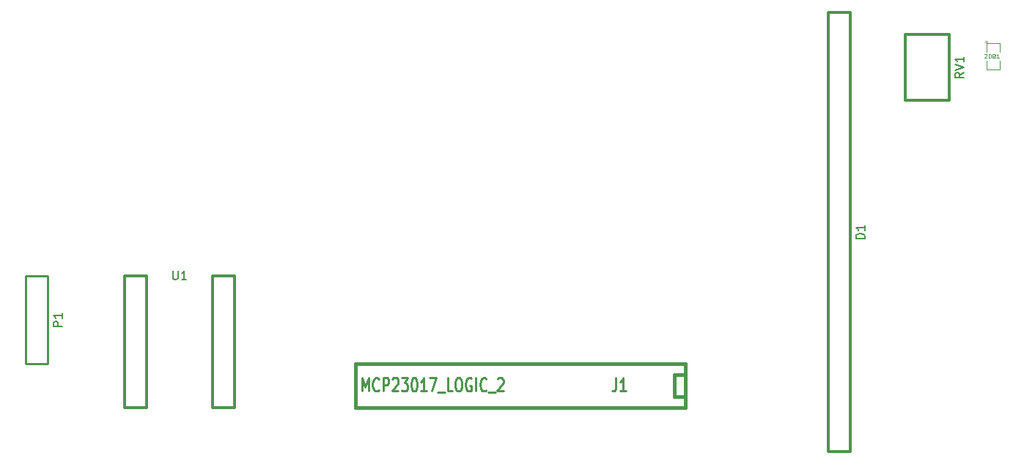
<source format=gto>
G04 (created by PCBNEW (2013-07-07 BZR 4022)-stable) date 23/07/2015 14:49:57*
%MOIN*%
G04 Gerber Fmt 3.4, Leading zero omitted, Abs format*
%FSLAX34Y34*%
G01*
G70*
G90*
G04 APERTURE LIST*
%ADD10C,0.00590551*%
%ADD11C,0.012*%
%ADD12C,0.0039*%
%ADD13C,0.01*%
%ADD14C,0.015*%
%ADD15C,0.0043*%
%ADD16C,0.008*%
%ADD17C,0.01125*%
G04 APERTURE END LIST*
G54D10*
G54D11*
X109500Y-38500D02*
X109500Y-41500D01*
X109500Y-41500D02*
X111500Y-41500D01*
X111500Y-41500D02*
X111500Y-38500D01*
X111500Y-38500D02*
X109500Y-38500D01*
X107000Y-37500D02*
X106000Y-37500D01*
X106000Y-37500D02*
X106000Y-57500D01*
X106000Y-57500D02*
X107000Y-57500D01*
X107000Y-57500D02*
X107000Y-37500D01*
G54D12*
X113250Y-38850D02*
G75*
G03X113250Y-38850I-50J0D01*
G74*
G01*
X113200Y-39300D02*
X113200Y-38900D01*
X113200Y-38900D02*
X113800Y-38900D01*
X113800Y-38900D02*
X113800Y-39300D01*
X113800Y-39700D02*
X113800Y-40100D01*
X113800Y-40100D02*
X113200Y-40100D01*
X113200Y-40100D02*
X113200Y-39700D01*
G54D13*
X69500Y-53500D02*
X69500Y-49500D01*
X70500Y-53500D02*
X70500Y-49500D01*
X70500Y-49500D02*
X69500Y-49500D01*
X69500Y-53500D02*
X70500Y-53500D01*
G54D11*
X78000Y-49500D02*
X79000Y-49500D01*
X79000Y-49500D02*
X79000Y-55500D01*
X79000Y-55500D02*
X78000Y-55500D01*
X78000Y-55500D02*
X78000Y-49500D01*
X74000Y-49500D02*
X75000Y-49500D01*
X75000Y-49500D02*
X75000Y-55500D01*
X75000Y-55500D02*
X74000Y-55500D01*
X74000Y-55500D02*
X74000Y-49500D01*
G54D14*
X99500Y-55500D02*
X84500Y-55500D01*
X84500Y-55500D02*
X84500Y-53500D01*
X84500Y-53500D02*
X99500Y-53500D01*
X99500Y-53500D02*
X99500Y-55500D01*
X99500Y-55000D02*
X99000Y-55000D01*
X99000Y-55000D02*
X99000Y-54000D01*
X99000Y-54000D02*
X99500Y-54000D01*
G54D10*
X112159Y-40234D02*
X111971Y-40365D01*
X112159Y-40459D02*
X111765Y-40459D01*
X111765Y-40309D01*
X111784Y-40271D01*
X111803Y-40253D01*
X111840Y-40234D01*
X111896Y-40234D01*
X111934Y-40253D01*
X111953Y-40271D01*
X111971Y-40309D01*
X111971Y-40459D01*
X111765Y-40121D02*
X112159Y-39990D01*
X111765Y-39859D01*
X112159Y-39521D02*
X112159Y-39746D01*
X112159Y-39634D02*
X111765Y-39634D01*
X111821Y-39671D01*
X111859Y-39709D01*
X111878Y-39746D01*
X107659Y-47790D02*
X107265Y-47790D01*
X107265Y-47696D01*
X107284Y-47640D01*
X107321Y-47603D01*
X107359Y-47584D01*
X107434Y-47565D01*
X107490Y-47565D01*
X107565Y-47584D01*
X107603Y-47603D01*
X107640Y-47640D01*
X107659Y-47696D01*
X107659Y-47790D01*
X107659Y-47190D02*
X107659Y-47415D01*
X107659Y-47303D02*
X107265Y-47303D01*
X107321Y-47340D01*
X107359Y-47378D01*
X107378Y-47415D01*
G54D15*
X113592Y-39579D02*
X113526Y-39485D01*
X113479Y-39579D02*
X113479Y-39382D01*
X113554Y-39382D01*
X113573Y-39392D01*
X113582Y-39401D01*
X113592Y-39420D01*
X113592Y-39448D01*
X113582Y-39467D01*
X113573Y-39476D01*
X113554Y-39485D01*
X113479Y-39485D01*
X113779Y-39579D02*
X113667Y-39579D01*
X113723Y-39579D02*
X113723Y-39382D01*
X113704Y-39410D01*
X113685Y-39429D01*
X113667Y-39439D01*
X113106Y-39401D02*
X113115Y-39392D01*
X113134Y-39382D01*
X113181Y-39382D01*
X113199Y-39392D01*
X113209Y-39401D01*
X113218Y-39420D01*
X113218Y-39439D01*
X113209Y-39467D01*
X113096Y-39579D01*
X113218Y-39579D01*
X113340Y-39382D02*
X113359Y-39382D01*
X113378Y-39392D01*
X113387Y-39401D01*
X113396Y-39420D01*
X113406Y-39457D01*
X113406Y-39504D01*
X113396Y-39542D01*
X113387Y-39560D01*
X113378Y-39570D01*
X113359Y-39579D01*
X113340Y-39579D01*
X113321Y-39570D01*
X113312Y-39560D01*
X113303Y-39542D01*
X113293Y-39504D01*
X113293Y-39457D01*
X113303Y-39420D01*
X113312Y-39401D01*
X113321Y-39392D01*
X113340Y-39382D01*
X113528Y-39382D02*
X113547Y-39382D01*
X113565Y-39392D01*
X113575Y-39401D01*
X113584Y-39420D01*
X113593Y-39457D01*
X113593Y-39504D01*
X113584Y-39542D01*
X113575Y-39560D01*
X113565Y-39570D01*
X113547Y-39579D01*
X113528Y-39579D01*
X113509Y-39570D01*
X113500Y-39560D01*
X113490Y-39542D01*
X113481Y-39504D01*
X113481Y-39457D01*
X113490Y-39420D01*
X113500Y-39401D01*
X113509Y-39392D01*
X113528Y-39382D01*
G54D16*
X71161Y-51795D02*
X70761Y-51795D01*
X70761Y-51642D01*
X70780Y-51604D01*
X70800Y-51585D01*
X70838Y-51566D01*
X70895Y-51566D01*
X70933Y-51585D01*
X70952Y-51604D01*
X70971Y-51642D01*
X70971Y-51795D01*
X71161Y-51185D02*
X71161Y-51414D01*
X71161Y-51299D02*
X70761Y-51299D01*
X70819Y-51338D01*
X70857Y-51376D01*
X70876Y-51414D01*
G54D10*
X76200Y-49265D02*
X76200Y-49584D01*
X76218Y-49621D01*
X76237Y-49640D01*
X76275Y-49659D01*
X76350Y-49659D01*
X76387Y-49640D01*
X76406Y-49621D01*
X76425Y-49584D01*
X76425Y-49265D01*
X76818Y-49659D02*
X76593Y-49659D01*
X76706Y-49659D02*
X76706Y-49265D01*
X76668Y-49321D01*
X76631Y-49359D01*
X76593Y-49378D01*
G54D17*
X96350Y-54142D02*
X96350Y-54571D01*
X96328Y-54657D01*
X96285Y-54714D01*
X96221Y-54742D01*
X96178Y-54742D01*
X96800Y-54742D02*
X96542Y-54742D01*
X96671Y-54742D02*
X96671Y-54142D01*
X96628Y-54228D01*
X96585Y-54285D01*
X96542Y-54314D01*
G54D11*
G54D17*
X84796Y-54742D02*
X84796Y-54142D01*
X84946Y-54571D01*
X85096Y-54142D01*
X85096Y-54742D01*
X85567Y-54685D02*
X85546Y-54714D01*
X85482Y-54742D01*
X85439Y-54742D01*
X85375Y-54714D01*
X85332Y-54657D01*
X85310Y-54600D01*
X85289Y-54485D01*
X85289Y-54400D01*
X85310Y-54285D01*
X85332Y-54228D01*
X85375Y-54171D01*
X85439Y-54142D01*
X85482Y-54142D01*
X85546Y-54171D01*
X85567Y-54200D01*
X85760Y-54742D02*
X85760Y-54142D01*
X85932Y-54142D01*
X85975Y-54171D01*
X85996Y-54200D01*
X86017Y-54257D01*
X86017Y-54342D01*
X85996Y-54400D01*
X85975Y-54428D01*
X85932Y-54457D01*
X85760Y-54457D01*
X86189Y-54200D02*
X86210Y-54171D01*
X86253Y-54142D01*
X86360Y-54142D01*
X86403Y-54171D01*
X86425Y-54200D01*
X86446Y-54257D01*
X86446Y-54314D01*
X86425Y-54400D01*
X86167Y-54742D01*
X86446Y-54742D01*
X86596Y-54142D02*
X86875Y-54142D01*
X86725Y-54371D01*
X86789Y-54371D01*
X86832Y-54400D01*
X86853Y-54428D01*
X86875Y-54485D01*
X86875Y-54628D01*
X86853Y-54685D01*
X86832Y-54714D01*
X86789Y-54742D01*
X86660Y-54742D01*
X86617Y-54714D01*
X86596Y-54685D01*
X87153Y-54142D02*
X87196Y-54142D01*
X87239Y-54171D01*
X87260Y-54200D01*
X87282Y-54257D01*
X87303Y-54371D01*
X87303Y-54514D01*
X87282Y-54628D01*
X87260Y-54685D01*
X87239Y-54714D01*
X87196Y-54742D01*
X87153Y-54742D01*
X87110Y-54714D01*
X87089Y-54685D01*
X87067Y-54628D01*
X87046Y-54514D01*
X87046Y-54371D01*
X87067Y-54257D01*
X87089Y-54200D01*
X87110Y-54171D01*
X87153Y-54142D01*
X87732Y-54742D02*
X87475Y-54742D01*
X87603Y-54742D02*
X87603Y-54142D01*
X87560Y-54228D01*
X87517Y-54285D01*
X87475Y-54314D01*
X87882Y-54142D02*
X88182Y-54142D01*
X87989Y-54742D01*
X88246Y-54800D02*
X88589Y-54800D01*
X88910Y-54742D02*
X88696Y-54742D01*
X88696Y-54142D01*
X89146Y-54142D02*
X89232Y-54142D01*
X89275Y-54171D01*
X89317Y-54228D01*
X89339Y-54342D01*
X89339Y-54542D01*
X89317Y-54657D01*
X89275Y-54714D01*
X89232Y-54742D01*
X89146Y-54742D01*
X89103Y-54714D01*
X89060Y-54657D01*
X89039Y-54542D01*
X89039Y-54342D01*
X89060Y-54228D01*
X89103Y-54171D01*
X89146Y-54142D01*
X89767Y-54171D02*
X89725Y-54142D01*
X89660Y-54142D01*
X89596Y-54171D01*
X89553Y-54228D01*
X89532Y-54285D01*
X89510Y-54400D01*
X89510Y-54485D01*
X89532Y-54600D01*
X89553Y-54657D01*
X89596Y-54714D01*
X89660Y-54742D01*
X89703Y-54742D01*
X89767Y-54714D01*
X89789Y-54685D01*
X89789Y-54485D01*
X89703Y-54485D01*
X89982Y-54742D02*
X89982Y-54142D01*
X90453Y-54685D02*
X90432Y-54714D01*
X90367Y-54742D01*
X90325Y-54742D01*
X90260Y-54714D01*
X90217Y-54657D01*
X90196Y-54600D01*
X90175Y-54485D01*
X90175Y-54400D01*
X90196Y-54285D01*
X90217Y-54228D01*
X90260Y-54171D01*
X90325Y-54142D01*
X90367Y-54142D01*
X90432Y-54171D01*
X90453Y-54200D01*
X90539Y-54800D02*
X90882Y-54800D01*
X90967Y-54200D02*
X90989Y-54171D01*
X91032Y-54142D01*
X91139Y-54142D01*
X91182Y-54171D01*
X91203Y-54200D01*
X91225Y-54257D01*
X91225Y-54314D01*
X91203Y-54400D01*
X90946Y-54742D01*
X91225Y-54742D01*
G54D11*
M02*

</source>
